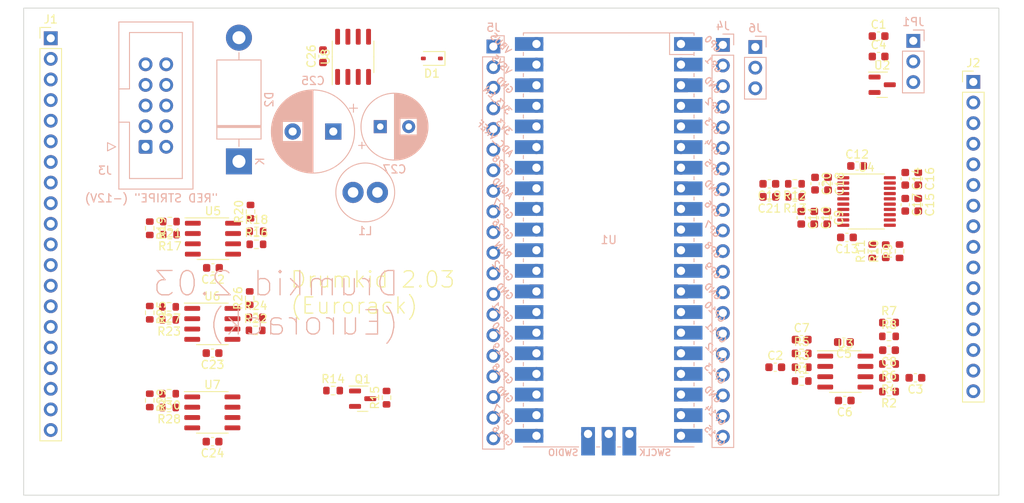
<source format=kicad_pcb>
(kicad_pcb (version 20221018) (generator pcbnew)
  (layers (0 "F.Cu" signal) (31 "B.Cu" signal) (34 "B.Paste" user) (35 "F.Paste" user) (36 "B.SilkS" user "B.Silkscreen") (37 "F.SilkS" user "F.Silkscreen") (38 "B.Mask" user) (39 "F.Mask" user) (44 "Edge.Cuts" user))
  (net 0 "")
  (net 1 "Net-(C2-Pad2)")
  (net 2 "Net-(C3-Pad2)")
  (net 3 "Net-(Q1-B)")
  (net 4 "GND")
  (net 5 "SYNC_IN")
  (net 6 "Net-(U3A--)")
  (net 7 "Net-(U3B--)")
  (net 8 "Net-(C8-Pad2)")
  (net 9 "Net-(U4-CAPP)")
  (net 10 "Net-(U4-CAPM)")
  (net 11 "Net-(U4-VNEG)")
  (net 12 "Net-(U4-LDOO)")
  (net 13 "Net-(D2-K)")
  (net 15 "Net-(JP1-A)")
  (net 16 "Net-(D1-K)")
  (net 17 "SD_CLOCK")
  (net 18 "SD_SERIAL_OUT")
  (net 19 "SD_SERIAL_IN")
  (net 20 "SD_CHIP_SELECT")
  (net 21 "595_DATA")
  (net 22 "595_CLOCK")
  (net 23 "595_LATCH")
  (net 24 "DAC_DOUT")
  (net 25 "DAC_BCLK")
  (net 26 "DAC_LRC")
  (net 27 "165_LOAD")
  (net 28 "165_CLOCK")
  (net 29 "165_DATA")
  (net 30 "SYNC_OUT")
  (net 31 "4051_ADDRESS_A")
  (net 32 "4051_ADDRESS_B")
  (net 33 "4051_ADDRESS_C")
  (net 35 "4051_READING_0")
  (net 36 "4051_READING_1")
  (net 37 "TRIGGER_OUT_1_EURO")
  (net 39 "SERIAL_TX")
  (net 40 "LINE_OUT_L")
  (net 41 "+5V")
  (net 44 "TRIGGER_OUT_2_EURO")
  (net 45 "TRIGGER_OUT_3_EURO")
  (net 46 "TRIGGER_OUT_4_EURO")
  (net 47 "SYNC_IN_EURO")
  (net 48 "SYNC_OUT_EURO")
  (net 49 "EURO_OUT_1")
  (net 50 "EURO_OUT_2")
  (net 51 "Net-(U4-BCK)")
  (net 52 "Net-(U4-DIN)")
  (net 53 "Net-(U4-LRCK)")
  (net 54 "Net-(U4-OUTL)")
  (net 55 "+3.3VDAC")
  (net 56 "Net-(U4-OUTR)")
  (net 57 "LINE_OUT_R")
  (net 58 "Net-(U5B--)")
  (net 59 "+12V")
  (net 60 "-12V")
  (net 61 "Net-(U5A--)")
  (net 62 "Net-(C7-Pad2)")
  (net 63 "Net-(R18-Pad1)")
  (net 64 "Net-(R19-Pad1)")
  (net 65 "Net-(U6B--)")
  (net 66 "Net-(U6A--)")
  (net 67 "Net-(R24-Pad1)")
  (net 68 "Net-(R25-Pad1)")
  (net 69 "Net-(U7A--)")
  (net 70 "Net-(R29-Pad1)")
  (net 71 "Net-(U7B--)")
  (net 72 "+3.3V")
  (net 73 "SERIAL_RX")
  (net 76 "TRIGGER_OUT_1")
  (net 77 "TRIGGER_OUT_4")
  (net 78 "TRIGGER_OUT_3")
  (net 79 "TRIGGER_OUT_2")
  (footprint "Diode_SMD:D_SOD-323" (layer "F.Cu") (at 130.232323 56.2 180)
    (fp_text reference "D1" (at 0 -1.85) (layer "F.SilkS"))
    (fp_text value "1N5819WS")
    (pad "1" smd roundrect (at -1.05 0 180) (size 0.6 0.45) (layers "F.Cu" "F.Paste" "F.Mask") (net 16 "Net-(D1-K)"))
    (pad "2" smd roundrect (at 1.05 0 180) (size 0.6 0.45) (layers "F.Cu" "F.Paste" "F.Mask") (net 41 "+5V"))
  )
  (footprint "Resistor_SMD:R_0603_1608Metric" (layer "F.Cu") (at 184.4325 79.945 90)
    (fp_text reference "R11" (at 0 -1.43 90) (layer "F.SilkS"))
    (fp_text value "56R")
    (pad "1" smd roundrect (at -0.825 0 90) (size 0.8 0.95) (layers "F.Cu" "F.Paste" "F.Mask") (net 26 "DAC_LRC"))
    (pad "2" smd roundrect (at 0.825 0 90) (size 0.8 0.95) (layers "F.Cu" "F.Paste" "F.Mask") (net 53 "Net-(U4-LRCK)"))
  )
  (footprint "Resistor_SMD:R_0603_1608Metric" (layer "F.Cu") (at 186.485 90.435)
    (fp_text reference "R8" (at 0 -1.43) (layer "F.SilkS"))
    (fp_text value "1k")
    (pad "1" smd roundrect (at -0.825 0) (size 0.8 0.95) (layers "F.Cu" "F.Paste" "F.Mask") (net 8 "Net-(C8-Pad2)"))
    (pad "2" smd roundrect (at 0.825 0) (size 0.8 0.95) (layers "F.Cu" "F.Paste" "F.Mask") (net 50 "EURO_OUT_2"))
  )
  (footprint "Resistor_SMD:R_0603_1608Metric" (layer "F.Cu") (at 186.485 97.235 180)
    (fp_text reference "R2" (at 0 -1.43) (layer "F.SilkS"))
    (fp_text value "39k")
    (pad "1" smd roundrect (at -0.825 0 180) (size 0.8 0.95) (layers "F.Cu" "F.Paste" "F.Mask") (net 2 "Net-(C3-Pad2)"))
    (pad "2" smd roundrect (at 0.825 0 180) (size 0.8 0.95) (layers "F.Cu" "F.Paste" "F.Mask") (net 4 "GND"))
  )
  (footprint "Package_SO:TSSOP-20_4.4x6.5mm_P0.65mm" (layer "F.Cu") (at 183.72 73.82)
    (fp_text reference "U4" (at 0 -4.2) (layer "F.SilkS"))
    (fp_text value "PCM5102")
    (pad "1" smd roundrect (at -2.8625 -2.925) (size 1.475 0.4) (layers "F.Cu" "F.Paste" "F.Mask") (net 55 "+3.3VDAC"))
    (pad "2" smd roundrect (at -2.8625 -2.275) (size 1.475 0.4) (layers "F.Cu" "F.Paste" "F.Mask") (net 9 "Net-(U4-CAPP)"))
    (pad "3" smd roundrect (at -2.8625 -1.625) (size 1.475 0.4) (layers "F.Cu" "F.Paste" "F.Mask") (net 4 "GND"))
    (pad "4" smd roundrect (at -2.8625 -0.975) (size 1.475 0.4) (layers "F.Cu" "F.Paste" "F.Mask") (net 10 "Net-(U4-CAPM)"))
    (pad "5" smd roundrect (at -2.8625 -0.325) (size 1.475 0.4) (layers "F.Cu" "F.Paste" "F.Mask") (net 11 "Net-(U4-VNEG)"))
    (pad "6" smd roundrect (at -2.8625 0.325) (size 1.475 0.4) (layers "F.Cu" "F.Paste" "F.Mask") (net 54 "Net-(U4-OUTL)"))
    (pad "7" smd roundrect (at -2.8625 0.975) (size 1.475 0.4) (layers "F.Cu" "F.Paste" "F.Mask") (net 56 "Net-(U4-OUTR)"))
    (pad "8" smd roundrect (at -2.8625 1.625) (size 1.475 0.4) (layers "F.Cu" "F.Paste" "F.Mask") (net 55 "+3.3VDAC"))
    (pad "9" smd roundrect (at -2.8625 2.275) (size 1.475 0.4) (layers "F.Cu" "F.Paste" "F.Mask") (net 4 "GND"))
    (pad "10" smd roundrect (at -2.8625 2.925) (size 1.475 0.4) (layers "F.Cu" "F.Paste" "F.Mask") (net 4 "GND"))
    (pad "11" smd roundrect (at 2.8625 2.925) (size 1.475 0.4) (layers "F.Cu" "F.Paste" "F.Mask") (net 4 "GND"))
    (pad "12" smd roundrect (at 2.8625 2.275) (size 1.475 0.4) (layers "F.Cu" "F.Paste" "F.Mask") (net 4 "GND"))
    (pad "13" smd roundrect (at 2.8625 1.625) (size 1.475 0.4) (layers "F.Cu" "F.Paste" "F.Mask") (net 51 "Net-(U4-BCK)"))
    (pad "14" smd roundrect (at 2.8625 0.975) (size 1.475 0.4) (layers "F.Cu" "F.Paste" "F.Mask") (net 52 "Net-(U4-DIN)"))
    (pad "15" smd roundrect (at 2.8625 0.325) (size 1.475 0.4) (layers "F.Cu" "F.Paste" "F.Mask") (net 53 "Net-(U4-LRCK)"))
    (pad "16" smd roundrect (at 2.8625 -0.325) (size 1.475 0.4) (layers "F.Cu" "F.Paste" "F.Mask") (net 4 "GND"))
    (pad "17" smd roundrect (at 2.8625 -0.975) (size 1.475 0.4) (layers "F.Cu" "F.Paste" "F.Mask") (net 55 "+3.3VDAC"))
    (pad "18" smd roundrect (at 2.8625 -1.625) (size 1.475 0.4) (layers "F.Cu" "F.Paste" "F.Mask") (net 12 "Net-(U4-LDOO)"))
    (pad "19" smd roundrect (at 2.8625 -2.275) (size 1.475 0.4) (layers "F.Cu" "F.Paste" "F.Mask") (net 4 "GND"))
    (pad "20" smd roundrect (at 2.8625 -2.925) (size 1.475 0.4) (layers "F.Cu" "F.Paste" "F.Mask") (net 55 "+3.3VDAC"))
  )
  (footprint "Package_SO:SOIC-8_3.9x4.9mm_P1.27mm" (layer "F.Cu") (at 120.532323 56 90)
    (fp_text reference "U8" (at 0 -3.4 90) (layer "F.SilkS"))
    (fp_text value "XL1509-5.0")
    (pad "1" smd roundrect (at -2.475 -1.905 90) (size 1.95 0.6) (layers "F.Cu" "F.Paste" "F.Mask") (net 59 "+12V"))
    (pad "2" smd roundrect (at -2.475 -0.635 90) (size 1.95 0.6) (layers "F.Cu" "F.Paste" "F.Mask") (net 13 "Net-(D2-K)"))
    (pad "3" smd roundrect (at -2.475 0.635 90) (size 1.95 0.6) (layers "F.Cu" "F.Paste" "F.Mask") (net 41 "+5V"))
    (pad "4" smd roundrect (at -2.475 1.905 90) (size 1.95 0.6) (layers "F.Cu" "F.Paste" "F.Mask") (net 4 "GND"))
    (pad "5" smd roundrect (at 2.475 1.905 90) (size 1.95 0.6) (layers "F.Cu" "F.Paste" "F.Mask") (net 4 "GND"))
    (pad "6" smd roundrect (at 2.475 0.635 90) (size 1.95 0.6) (layers "F.Cu" "F.Paste" "F.Mask") (net 4 "GND"))
    (pad "7" smd roundrect (at 2.475 -0.635 90) (size 1.95 0.6) (layers "F.Cu" "F.Paste" "F.Mask") (net 4 "GND"))
    (pad "8" smd roundrect (at 2.475 -1.905 90) (size 1.95 0.6) (layers "F.Cu" "F.Paste" "F.Mask") (net 4 "GND"))
  )
  (footprint "Resistor_SMD:R_0603_1608Metric" (layer "F.Cu") (at 118.075 97.11)
    (fp_text reference "R14" (at 0 -1.43) (layer "F.SilkS"))
    (fp_text value "100K")
    (pad "1" smd roundrect (at -0.825 0) (size 0.8 0.95) (layers "F.Cu" "F.Paste" "F.Mask") (net 47 "SYNC_IN_EURO"))
    (pad "2" smd roundrect (at 0.825 0) (size 0.8 0.95) (layers "F.Cu" "F.Paste" "F.Mask") (net 3 "Net-(Q1-B)"))
  )
  (footprint "Resistor_SMD:R_0603_1608Metric" (layer "F.Cu") (at 186.0825 79.945 90)
    (fp_text reference "R10" (at 0 -1.43 90) (layer "F.SilkS"))
    (fp_text value "56R")
    (pad "1" smd roundrect (at -0.825 0 90) (size 0.8 0.95) (layers "F.Cu" "F.Paste" "F.Mask") (net 24 "DAC_DOUT"))
    (pad "2" smd roundrect (at 0.825 0 90) (size 0.8 0.95) (layers "F.Cu" "F.Paste" "F.Mask") (net 52 "Net-(U4-DIN)"))
  )
  (footprint "Resistor_SMD:R_0603_1608Metric" (layer "F.Cu") (at 95.515 77.12 -90)
    (fp_text reference "R19" (at 0 -1.43 90) (layer "F.SilkS"))
    (fp_text value "100k")
    (pad "1" smd roundrect (at -0.825 0 270) (size 0.8 0.95) (layers "F.Cu" "F.Paste" "F.Mask") (net 64 "Net-(R19-Pad1)"))
    (pad "2" smd roundrect (at 0.825 0 270) (size 0.8 0.95) (layers "F.Cu" "F.Paste" "F.Mask") (net 61 "Net-(U5A--)"))
  )
  (footprint "Capacitor_SMD:C_0603_1608Metric" (layer "F.Cu") (at 189.735 95.535 180)
    (fp_text reference "C3" (at 0 -1.43) (layer "F.SilkS"))
    (fp_text value "10uF")
    (pad "1" smd roundrect (at -0.775 0 180) (size 0.9 0.95) (layers "F.Cu" "F.Paste" "F.Mask") (net 57 "LINE_OUT_R"))
    (pad "2" smd roundrect (at 0.775 0 180) (size 0.9 0.95) (layers "F.Cu" "F.Paste" "F.Mask") (net 2 "Net-(C3-Pad2)"))
  )
  (footprint "Connector_PinHeader_2.54mm:PinHeader_1x20_P2.54mm_Vertical" (layer "F.Cu") (at 83.33 53.71)
    (fp_text reference "J1" (at 0 -2.33) (layer "F.SilkS"))
    (fp_text value "Conn_01x20_Pin")
    (pad "1" thru_hole rect (at 0 0) (size 1.7 1.7) (drill 1) (layers "*.Cu" "*.Mask"))
    (pad "2" thru_hole oval (at 0 2.54) (size 1.7 1.7) (drill 1) (layers "*.Cu" "*.Mask") (net 31 "4051_ADDRESS_A"))
    (pad "3" thru_hole oval (at 0 5.08) (size 1.7 1.7) (drill 1) (layers "*.Cu" "*.Mask") (net 32 "4051_ADDRESS_B"))
    (pad "4" thru_hole oval (at 0 7.62) (size 1.7 1.7) (drill 1) (layers "*.Cu" "*.Mask") (net 33 "4051_ADDRESS_C"))
    (pad "5" thru_hole oval (at 0 10.16) (size 1.7 1.7) (drill 1) (layers "*.Cu" "*.Mask") (net 36 "4051_READING_1"))
    (pad "6" thru_hole oval (at 0 12.7) (size 1.7 1.7) (drill 1) (layers "*.Cu" "*.Mask") (net 35 "4051_READING_0"))
    (pad "7" thru_hole oval (at 0 15.24) (size 1.7 1.7) (drill 1) (layers "*.Cu" "*.Mask") (net 27 "165_LOAD"))
    (pad "8" thru_hole oval (at 0 17.78) (size 1.7 1.7) (drill 1) (layers "*.Cu" "*.Mask") (net 28 "165_CLOCK"))
    (pad "9" thru_hole oval (at 0 20.32) (size 1.7 1.7) (drill 1) (layers "*.Cu" "*.Mask") (net 29 "165_DATA"))
    (pad "10" thru_hole oval (at 0 22.86) (size 1.7 1.7) (drill 1) (layers "*.Cu" "*.Mask") (net 37 "TRIGGER_OUT_1_EURO"))
    (pad "11" thru_hole oval (at 0 25.4) (size 1.7 1.7) (drill 1) (layers "*.Cu" "*.Mask") (net 44 "TRIGGER_OUT_2_EURO"))
    (pad "12" thru_hole oval (at 0 27.94) (size 1.7 1.7) (drill 1) (layers "*.Cu" "*.Mask") (net 45 "TRIGGER_OUT_3_EURO"))
    (pad "13" thru_hole oval (at 0 30.48) (size 1.7 1.7) (drill 1) (layers "*.Cu" "*.Mask") (net 46 "TRIGGER_OUT_4_EURO"))
    (pad "14" thru_hole oval (at 0 33.02) (size 1.7 1.7) (drill 1) (layers "*.Cu" "*.Mask") (net 47 "SYNC_IN_EURO"))
    (pad "15" thru_hole oval (at 0 35.56) (size 1.7 1.7) (drill 1) (layers "*.Cu" "*.Mask") (net 48 "SYNC_OUT_EURO"))
    (pad "16" thru_hole oval (at 0 38.1) (size 1.7 1.7) (drill 1) (layers "*.Cu" "*.Mask") (net 59 "+12V"))
    (pad "17" thru_hole oval (at 0 40.64) (size 1.7 1.7) (drill 1) (layers "*.Cu" "*.Mask") (net 55 "+3.3VDAC"))
    (pad "18" thru_hole oval (at 0 43.18) (size 1.7 1.7) (drill 1) (layers "*.Cu" "*.Mask") (net 72 "+3.3V"))
    (pad "19" thru_hole oval (at 0 45.72) (size 1.7 1.7) (drill 1) (layers "*.Cu" "*.Mask") (net 4 "GND"))
    (pad "20" thru_hole oval (at 0 48.26) (size 1.7 1.7) (drill 1) (layers "*.Cu" "*.Mask") (net 60 "-12V"))
  )
  (footprint "Capacitor_SMD:C_0603_1608Metric" (layer "F.Cu") (at 177.3825 71.62 -90)
    (fp_text reference "C20" (at 0 -1.43 90) (layer "F.SilkS"))
    (fp_text value "10uF")
    (pad "1" smd roundrect (at -0.775 0 270) (size 0.9 0.95) (layers "F.Cu" "F.Paste" "F.Mask") (net 55 "+3.3VDAC"))
    (pad "2" smd roundrect (at 0.775 0 270) (size 0.9 0.95) (layers "F.Cu" "F.Paste" "F.Mask") (net 4 "GND"))
  )
  (footprint "Capacitor_SMD:C_0603_1608Metric" (layer "F.Cu") (at 190.0825 71.02 -90)
    (fp_text reference "C16" (at 0 -1.43 90) (layer "F.SilkS"))
    (fp_text value "10uF")
    (pad "1" smd roundrect (at -0.775 0 270) (size 0.9 0.95) (layers "F.Cu" "F.Paste" "F.Mask") (net 55 "+3.3VDAC"))
    (pad "2" smd roundrect (at 0.775 0 270) (size 0.9 0.95) (layers "F.Cu" "F.Paste" "F.Mask") (net 4 "GND"))
  )
  (footprint "Package_SO:SOIC-8_3.9x4.9mm_P1.27mm" (layer "F.Cu") (at 181.11 94.77)
    (fp_text reference "U3" (at 0 -3.4) (layer "F.SilkS"))
    (fp_text value "TL072")
    (pad "1" smd roundrect (at -2.475 -1.905) (size 1.95 0.6) (layers "F.Cu" "F.Paste" "F.Mask") (net 62 "Net-(C7-Pad2)"))
    (pad "2" smd roundrect (at -2.475 -0.635) (size 1.95 0.6) (layers "F.Cu" "F.Paste" "F.Mask") (net 6 "Net-(U3A--)"))
    (pad "3" smd roundrect (at -2.475 0.635) (size 1.95 0.6) (layers "F.Cu" "F.Paste" "F.Mask") (net 4 "GND"))
    (pad "4" smd roundrect (at -2.475 1.905) (size 1.95 0.6) (layers "F.Cu" "F.Paste" "F.Mask") (net 60 "-12V"))
    (pad "5" smd roundrect (at 2.475 1.905) (size 1.95 0.6) (layers "F.Cu" "F.Paste" "F.Mask") (net 4 "GND"))
    (pad "6" smd roundrect (at 2.475 0.635) (size 1.95 0.6) (layers "F.Cu" "F.Paste" "F.Mask") (net 7 "Net-(U3B--)"))
    (pad "7" smd roundrect (at 2.475 -0.635) (size 1.95 0.6) (layers "F.Cu" "F.Paste" "F.Mask") (net 8 "Net-(C8-Pad2)"))
    (pad "8" smd roundrect (at 2.475 -1.905) (size 1.95 0.6) (layers "F.Cu" "F.Paste" "F.Mask") (net 59 "+12V"))
  )
  (footprint "Capacitor_SMD:C_0603_1608Metric" (layer "F.Cu") (at 172.485 94.235)
    (fp_text reference "C2" (at 0 -1.43) (layer "F.SilkS"))
    (fp_text value "10uF")
    (pad "1" smd roundrect (at -0.775 0) (size 0.9 0.95) (layers "F.Cu" "F.Paste" "F.Mask") (net 40 "LINE_OUT_L"))
    (pad "2" smd roundrect (at 0.775 0) (size 0.9 0.95) (layers "F.Cu" "F.Paste" "F.Mask") (net 1 "Net-(C2-Pad2)"))
  )
  (footprint "Capacitor_SMD:C_0603_1608Metric" (layer "F.Cu") (at 175.6825 75.82 -90)
    (fp_text reference "C11" (at 0 -1.43 90) (layer "F.SilkS"))
    (fp_text value "10uF")
    (pad "1" smd roundrect (at -0.775 0 270) (size 0.9 0.95) (layers "F.Cu" "F.Paste" "F.Mask") (net 55 "+3.3VDAC"))
    (pad "2" smd roundrect (at 0.775 0 270) (size 0.9 0.95) (layers "F.Cu" "F.Paste" "F.Mask") (net 4 "GND"))
  )
  (footprint "Resistor_SMD:R_0603_1608Metric" (layer "F.Cu") (at 175.735 94.235)
    (fp_text reference "R3" (at 0 -1.43) (layer "F.SilkS"))
    (fp_text value "5.6k")
    (pad "1" smd roundrect (at -0.825 0) (size 0.8 0.95) (layers "F.Cu" "F.Paste" "F.Mask") (net 1 "Net-(C2-Pad2)"))
    (pad "2" smd roundrect (at 0.825 0) (size 0.8 0.95) (layers "F.Cu" "F.Paste" "F.Mask") (net 6 "Net-(U3A--)"))
  )
  (footprint "Resistor_SMD:R_0603_1608Metric" (layer "F.Cu") (at 107.915 75.07 90)
    (fp_text reference "R20" (at 0 -1.43 90) (layer "F.SilkS"))
    (fp_text value "1k")
    (pad "1" smd roundrect (at -0.825 0 90) (size 0.8 0.95) (layers "F.Cu" "F.Paste" "F.Mask") (net 63 "Net-(R18-Pad1)"))
    (pad "2" smd roundrect (at 0.825 0 90) (size 0.8 0.95) (layers "F.Cu" "F.Paste" "F.Mask") (net 44 "TRIGGER_OUT_2_EURO"))
  )
  (footprint "Capacitor_SMD:C_0603_1608Metric" (layer "F.Cu") (at 188.4825 71.02 -90)
    (fp_text reference "C14" (at 0 -1.43 90) (layer "F.SilkS"))
    (fp_text value "0.1uF")
    (pad "1" smd roundrect (at -0.775 0 270) (size 0.9 0.95) (layers "F.Cu" "F.Paste" "F.Mask") (net 55 "+3.3VDAC"))
    (pad "2" smd roundrect (at 0.775 0 270) (size 0.9 0.95) (layers "F.Cu" "F.Paste" "F.Mask") (net 4 "GND"))
  )
  (footprint "Package_TO_SOT_SMD:SOT-23" (layer "F.Cu") (at 185.6425 59.44)
    (fp_text reference "U2" (at 0 -2.4) (layer "F.SilkS"))
    (fp_text value "AP7333-33SAG")
    (pad "1" smd roundrect (at -0.9375 -0.95) (size 1.475 0.6) (layers "F.Cu" "F.Paste" "F.Mask") (net 41 "+5V"))
    (pad "2" smd roundrect (at -0.9375 0.95) (size 1.475 0.6) (layers "F.Cu" "F.Paste" "F.Mask") (net 15 "Net-(JP1-A)"))
    (pad "3" smd roundrect (at 0.9375 0) (size 1.475 0.6) (layers "F.Cu" "F.Paste" "F.Mask") (net 4 "GND"))
  )
  (footprint "Capacitor_SMD:C_0603_1608Metric" (layer "F.Cu") (at 185.2025 53.45)
    (fp_text reference "C1" (at 0 -1.43) (layer "F.SilkS"))
    (fp_text value "1uF")
    (pad "1" smd roundrect (at -0.775 0) (size 0.9 0.95) (layers "F.Cu" "F.Paste" "F.Mask") (net 41 "+5V"))
    (pad "2" smd roundrect (at 0.775 0) (size 0.9 0.95) (layers "F.Cu" "F.Paste" "F.Mask") (net 4 "GND"))
  )
  (footprint "Resistor_SMD:R_0603_1608Metric" (layer "F.Cu") (at 174.9075 73.245 180)
    (fp_text reference "R13" (at 0 -1.43) (layer "F.SilkS"))
    (fp_text value "470R")
    (pad "1" smd roundrect (at -0.825 0 180) (size 0.8 0.95) (layers "F.Cu" "F.Paste" "F.Mask") (net 56 "Net-(U4-OUTR)"))
    (pad "2" smd roundrect (at 0.825 0 180) (size 0.8 0.95) (layers "F.Cu" "F.Paste" "F.Mask") (net 57 "LINE_OUT_R"))
  )
  (footprint "Package_SO:SOIC-8_3.9x4.9mm_P1.27mm" (layer "F.Cu") (at 103.29 78.4)
    (fp_text reference "U5" (at 0 -3.4) (layer "F.SilkS"))
    (fp_text value "TL072")
    (pad "1" smd roundrect (at -2.475 -1.905) (size 1.95 0.6) (layers "F.Cu" "F.Paste" "F.Mask") (net 64 "Net-(R19-Pad1)"))
    (pad "2" smd roundrect (at -2.475 -0.635) (size 1.95 0.6) (layers "F.Cu" "F.Paste" "F.Mask") (net 61 "Net-(U5A--)"))
    (pad "3" smd roundrect (at -2.475 0.635) (size 1.95 0.6) (layers "F.Cu" "F.Paste" "F.Mask") (net 76 "TRIGGER_OUT_1"))
    (pad "4" smd roundrect (at -2.475 1.905) (size 1.95 0.6) (layers "F.Cu" "F.Paste" "F.Mask") (net 60 "-12V"))
    (pad "5" smd roundrect (at 2.475 1.905) (size 1.95 0.6) (layers "F.Cu" "F.Paste" "F.Mask") (net 79 "TRIGGER_OUT_2"))
    (pad "6" smd roundrect (at 2.475 0.635) (size 1.95 0.6) (layers "F.Cu" "F.Paste" "F.Mask") (net 58 "Net-(U5B--)"))
    (pad "7" smd roundrect (at 2.475 -0.635) (size 1.95 0.6) (layers "F.Cu" "F.Paste" "F.Mask") (net 63 "Net-(R18-Pad1)"))
    (pad "8" smd roundrect (at 2.475 -1.905) (size 1.95 0.6) (layers "F.Cu" "F.Paste" "F.Mask") (net 59 "+12V"))
  )
  (footprint "Capacitor_SMD:C_0603_1608Metric" (layer "F.Cu") (at 188.4825 74.22 -90)
    (fp_text reference "C17" (at 0 -1.43 90) (layer "F.SilkS"))
    (fp_text value "0.1uF")
    (pad "1" smd roundrect (at -0.775 0 270) (size 0.9 0.95) (layers "F.Cu" "F.Paste" "F.Mask") (net 12 "Net-(U4-LDOO)"))
    (pad "2" smd roundrect (at 0.775 0 270) (size 0.9 0.95) (layers "F.Cu" "F.Paste" "F.Mask") (net 4 "GND"))
  )
  (footprint "Resistor_SMD:R_0603_1608Metric" (layer "F.Cu") (at 97.99 77.895 180)
    (fp_text reference "R17" (at 0 -1.43) (layer "F.SilkS"))
    (fp_text value "100k")
    (pad "1" smd roundrect (at -0.825 0 180) (size 0.8 0.95) (layers "F.Cu" "F.Paste" "F.Mask") (net 61 "Net-(U5A--)"))
    (pad "2" smd roundrect (at 0.825 0 180) (size 0.8 0.95) (layers "F.Cu" "F.Paste" "F.Mask") (net 4 "GND"))
  )
  (footprint "Resistor_SMD:R_0603_1608Metric" (layer "F.Cu") (at 175.735 95.935)
    (fp_text reference "R1" (at 0 -1.43) (layer "F.SilkS"))
    (fp_text value "39k")
    (pad "1" smd roundrect (at -0.825 0) (size 0.8 0.95) (layers "F.Cu" "F.Paste" "F.Mask") (net 1 "Net-(C2-Pad2)"))
    (pad "2" smd roundrect (at 0.825 0) (size 0.8 0.95) (layers "F.Cu" "F.Paste" "F.Mask") (net 4 "GND"))
  )
  (footprint "Resistor_SMD:R_0603_1608Metric" (layer "F.Cu") (at 124.65 97.985 90)
    (fp_text reference "R15" (at 0 -1.43 90) (layer "F.SilkS"))
    (fp_text value "10K")
    (pad "1" smd roundrect (at -0.825 0 90) (size 0.8 0.95) (layers "F.Cu" "F.Paste" "F.Mask") (net 72 "+3.3V"))
    (pad "2" smd roundrect (at 0.825 0 90) (size 0.8 0.95) (layers "F.Cu" "F.Paste" "F.Mask") (net 5 "SYNC_IN"))
  )
  (footprint "Connector_PinHeader_2.54mm:PinHeader_1x16_P2.54mm_Vertical" (layer "F.Cu") (at 196.86 59.09)
    (fp_text reference "J2" (at 0 -2.33) (layer "F.SilkS"))
    (fp_text value "Conn_01x16_Pin")
    (pad "1" thru_hole rect (at 0 0) (size 1.7 1.7) (drill 1) (layers "*.Cu" "*.Mask"))
    (pad "2" thru_hole oval (at 0 2.54) (size 1.7 1.7) (drill 1) (layers "*.Cu" "*.Mask"))
    (pad "3" thru_hole oval (at 0 5.08) (size 1.7 1.7) (drill 1) (layers "*.Cu" "*.Mask") (net 17 "SD_CLOCK"))
    (pad "4" thru_hole oval (at 0 7.62) (size 1.7 1.7) (drill 1) (layers "*.Cu" "*.Mask") (net 19 "SD_SERIAL_IN"))
    (pad "5" thru_hole oval (at 0 10.16) (size 1.7 1.7) (drill 1) (layers "*.Cu" "*.Mask") (net 18 "SD_SERIAL_OUT"))
    (pad "6" thru_hole oval (at 0 12.7) (size 1.7 1.7) (drill 1) (layers "*.Cu" "*.Mask") (net 20 "SD_CHIP_SELECT"))
    (pad "7" thru_hole oval (at 0 15.24) (size 1.7 1.7) (drill 1) (layers "*.Cu" "*.Mask") (net 21 "595_DATA"))
    (pad "8" thru_hole oval (at 0 17.78) (size 1.7 1.7) (drill 1) (layers "*.Cu" "*.Mask") (net 22 "595_CLOCK"))
    (pad "9" thru_hole oval (at 0 20.32) (size 1.7 1.7) (drill 1) (layers "*.Cu" "*.Mask") (net 23 "595_LATCH"))
    (pad "10" thru_hole oval (at 0 22.86) (size 1.7 1.7) (drill 1) (layers "*.Cu" "*.Mask") (net 49 "EURO_OUT_1"))
    (pad "11" thru_hole oval (at 0 25.4) (size 1.7 1.7) (drill 1) (layers "*.Cu" "*.Mask") (net 50 "EURO_OUT_2"))
    (pad "12" thru_hole oval (at 0 27.94) (size 1.7 1.7) (drill 1) (layers "*.Cu" "*.Mask") (net 59 "+12V"))
    (pad "13" thru_hole oval (at 0 30.48) (size 1.7 1.7) (drill 1) (layers "*.Cu" "*.Mask") (net 55 "+3.3VDAC"))
    (pad "14" thru_hole oval (at 0 33.02) (size 1.7 1.7) (drill 1) (layers "*.Cu" "*.Mask") (net 72 "+3.3V"))
    (pad "15" thru_hole oval (at 0 35.56) (size 1.7 1.7) (drill 1) (layers "*.Cu" "*.Mask") (net 4 "GND"))
    (pad "16" thru_hole oval (at 0 38.1) (size 1.7 1.7) (drill 1) (layers "*.Cu" "*.Mask") (net 60 "-12V"))
  )
  (footprint "Resistor_SMD:R_0603_1608Metric" (layer "F.Cu") (at 97.99 76.295 180)
    (fp_text reference "R21" (at 0 -1.43) (layer "F.SilkS"))
    (fp_text value "1k")
    (pad "1" smd roundrect (at -0.825 0 180) (size 0.8 0.95) (layers "F.Cu" "F.Paste" "F.Mask") (net 64 "Net-(R19-Pad1)"))
    (pad "2" smd roundrect (at 0.825 0 180) (size 0.8 0.95) (layers "F.Cu" "F.Paste" "F.Mask") (net 37 "TRIGGER_OUT_1_EURO"))
  )
  (footprint "Capacitor_SMD:C_0603_1608Metric" (layer "F.Cu") (at 103.24 92.495 180)
    (fp_text reference "C23" (at 0 -1.43) (layer "F.SilkS"))
    (fp_text value "100n")
    (pad "1" smd roundrect (at -0.775 0 180) (size 0.9 0.95) (layers "F.Cu" "F.Paste" "F.Mask") (net 59 "+12V"))
    (pad "2" smd roundrect (at 0.775 0 180) (size 0.9 0.95) (layers "F.Cu" "F.Paste" "F.Mask") (net 60 "-12V"))
  )
  (footprint "Resistor_SMD:R_0603_1608Metric" (layer "F.Cu") (at 108.54 89.695)
    (fp_text reference "R22" (at 0 -1.43) (layer "F.SilkS"))
    (fp_text value "100k")
    (pad "1" smd roundrect (at -0.825 0) (size 0.8 0.95) (layers "F.Cu" "F.Paste" "F.Mask") (net 65 "Net-(U6B--)"))
    (pad "2" smd roundrect (at 0.825 0) (size 0.8 0.95) (layers "F.Cu" "F.Paste" "F.Mask") (net 4 "GND"))
  )
  (footprint "Resistor_SMD:R_0603_1608Metric" (layer "F.Cu") (at 186.485 93.835 180)
    (fp_text reference "R6" (at 0 -1.43) (layer "F.SilkS"))
    (fp_text value "39k")
    (pad "1" smd roundrect (at -0.825 0 180) (size 0.8 0.95) (layers "F.Cu" "F.Paste" "F.Mask") (net 7 "Net-(U3B--)"))
    (pad "2" smd roundrect (at 0.825 0 180) (size 0.8 0.95) (layers "F.Cu" "F.Paste" "F.Mask") (net 8 "Net-(C8-Pad2)"))
  )
  (footprint "Resistor_SMD:R_0603_1608Metric" (layer "F.Cu") (at 108.64 79.095)
    (fp_text reference "R16" (at 0 -1.43) (layer "F.SilkS"))
    (fp_text value "100k")
    (pad "1" smd roundrect (at -0.825 0) (size 0.8 0.95) (layers "F.Cu" "F.Paste" "F.Mask") (net 58 "Net-(U5B--)"))
    (pad "2" smd roundrect (at 0.825 0) (size 0.8 0.95) (layers "F.Cu" "F.Paste" "F.Mask") (net 4 "GND"))
  )
  (footprint "Resistor_SMD:R_0603_1608Metric" (layer "F.Cu") (at 97.89 88.395 180)
    (fp_text reference "R23" (at 0 -1.43) (layer "F.SilkS"))
    (fp_text value "100k")
    (pad "1" smd roundrect (at -0.825 0 180) (size 0.8 0.95) (layers "F.Cu" "F.Paste" "F.Mask") (net 66 "Net-(U6A--)"))
    (pad "2" smd roundrect (at 0.825 0 180) (size 0.8 0.95) (layers "F.Cu" "F.Paste" "F.Mask") (net 4 "GND"))
  )
  (footprint "Package_SO:SOIC-8_3.9x4.9mm_P1.27mm" (layer "F.Cu") (at 103.215 99.795)
    (fp_text reference "U7" (at 0 -3.4) (layer "F.SilkS"))
    (fp_text value "TL072")
    (pad "1" smd roundrect (at -2.475 -1.905) (size 1.95 0.6) (layers "F.Cu" "F.Paste" "F.Mask") (net 70 "Net-(R29-Pad1)"))
    (pad "2" smd roundrect (at -2.475 -0.635) (size 1.95 0.6) (layers "F.Cu" "F.Paste" "F.Mask") (net 69 "Net-(U7A--)"))
    (pad "3" smd roundrect (at -2.475 0.635) (size 1.95 0.6) (layers "F.Cu" "F.Paste" "F.Mask") (net 30 "SYNC_OUT"))
    (pad "4" smd roundrect (at -2.475 1.905) (size 1.95 0.6) (layers "F.Cu" "F.Paste" "F.Mask") (net 60 "-12V"))
    (pad "5" smd roundrect (at 2.475 1.905) (size 1.95 0.6) (layers "F.Cu" "F.Paste" "F.Mask") (net 4 "GND"))
    (pad "6" smd roundrect (at 2.475 0.635) (size 1.95 0.6) (layers "F.Cu" "F.Paste" "F.Mask") (net 71 "Net-(U7B--)"))
    (pad "7" smd roundrect (at 2.475 -0.635) (size 1.95 0.6) (layers "F.Cu" "F.Paste" "F.Mask") (net 71 "Net-(U7B--)"))
    (pad "8" smd roundrect (at 2.475 -1.905) (size 1.95 0.6) (layers "F.Cu" "F.Paste" "F.Mask") (net 59 "+12V"))
  )
  (footprint "Resistor_SMD:R_0603_1608Metric" (layer "F.Cu") (at 97.89 99.195 180)
    (fp_text reference "R28" (at 0 -1.43) (layer "F.SilkS"))
    (fp_text value "100k")
    (pad "1" smd roundrect (at -0.825 0 180) (size 0.8 0.95) (layers "F.Cu" "F.Paste" "F.Mask") (net 69 "Net-(U7A--)"))
    (pad "2" smd roundrect (at 0.825 0 180) (size 0.8 0.95) (layers "F.Cu" "F.Paste" "F.Mask") (net 4 "GND"))
  )
  (footprint "Resistor_SMD:R_0603_1608Metric" (layer "F.Cu") (at 186.485 88.735)
    (fp_text reference "R7" (at 0 -1.43) (layer "F.SilkS"))
    (fp_text value "1k")
    (pad "1" smd roundrect (at -0.825 0) (size 0.8 0.95) (layers "F.Cu" "F.Paste" "F.Mask") (net 62 "Net-(C7-Pad2)"))
    (pad "2" smd roundrect (at 0.825 0) (size 0.8 0.95) (layers "F.Cu" "F.Paste" "F.Mask") (net 49 "EURO_OUT_1"))
  )
  (footprint "Capacitor_SMD:C_0603_1608Metric" (layer "F.Cu") (at 190.0825 74.22 -90)
    (fp_text reference "C15" (at 0 -1.43 90) (layer "F.SilkS"))
    (fp_text value "1uF")
    (pad "1" smd roundrect (at -0.775 0 270) (size 0.9 0.95) (layers "F.Cu" "F.Paste" "F.Mask") (net 12 "Net-(U4-LDOO)"))
    (pad "2" smd roundrect (at 0.775 0 270) (size 0.9 0.95) (layers "F.Cu" "F.Paste" "F.Mask") (net 4 "GND"))
  )
  (footprint "Capacitor_SMD:C_0603_1608Metric" (layer "F.Cu") (at 103.24 103.395 180)
    (fp_text reference "C24" (at 0 -1.43) (layer "F.SilkS"))
    (fp_text value "100n")
    (pad "1" smd roundrect (at -0.775 0 180) (size 0.9 0.95) (layers "F.Cu" "F.Paste" "F.Mask") (net 59 "+12V"))
    (pad "2" smd roundrect (at 0.775 0 180) (size 0.9 0.95) (layers "F.Cu" "F.Paste" "F.Mask") (net 60 "-12V"))
  )
  (footprint "Resistor_SMD:R_0603_1608Metric" (layer "F.Cu") (at 175.735 92.535)
    (fp_text reference "R5" (at 0 -1.43) (layer "F.SilkS"))
    (fp_text value "39k")
    (pad "1" smd roundrect (at -0.825 0) (size 0.8 0.95) (layers "F.Cu" "F.Paste" "F.Mask") (net 6 "Net-(U3A--)"))
    (pad "2" smd roundrect (at 0.825 0) (size 0.8 0.95) (layers "F.Cu" "F.Paste" "F.Mask") (net 62 "Net-(C7-Pad2)"))
  )
  (footprint "Capacitor_SMD:C_0603_1608Metric" (layer "F.Cu") (at 181.035 98.335 180)
    (fp_text reference "C6" (at 0 -1.43) (layer "F.SilkS"))
    (fp_text value "100n")
    (pad "1" smd roundrect (at -0.775 0 180) (size 0.9 0.95) (layers "F.Cu" "F.Paste" "F.Mask") (net 4 "GND"))
    (pad "2" smd roundrect (at 0.775 0 180) (size 0.9 0.95) (layers "F.Cu" "F.Paste" "F.Mask") (net 60 "-12V"))
  )
  (footprint "Resistor_SMD:R_0603_1608Metric" (layer "F.Cu") (at 107.815 85.72 90)
    (fp_text reference "R26" (at 0 -1.43 90) (layer "F.SilkS"))
    (fp_text value "1k")
    (pad "1" smd roundrect (at -0.825 0 90) (size 0.8 0.95) (layers "F.Cu" "F.Paste" "F.Mask") (net 67 "Net-(R24-Pad1)"))
    (pad "2" smd roundrect (at 0.825 0 90) (size 0.8 0.95) (layers "F.Cu" "F.Paste" "F.Mask") (net 46 "TRIGGER_OUT_4_EURO"))
  )
  (footprint "Capacitor_SMD:C_0603_1608Metric" (layer "F.Cu") (at 178.8825 75.82 -90)
    (fp_text reference "C9" (at 0 -1.43 90) (layer "F.SilkS"))
    (fp_text value "0.1uF")
    (pad "1" smd roundrect (at -0.775 0 270) (size 0.9 0.95) (layers "F.Cu" "F.Paste" "F.Mask") (net 55 "+3.3VDAC"))
    (pad "2" smd roundrect (at 0.775 0 270) (size 0.9 0.95) (layers "F.Cu" "F.Paste" "F.Mask") (net 4 "GND"))
  )
  (footprint "Capacitor_SMD:C_0603_1608Metric" (layer "F.Cu") (at 186.485 92.135 180)
    (fp_text reference "C8" (at 0 -1.43) (layer "F.SilkS"))
    (fp_text value "18p")
    (pad "1" smd roundrect (at -0.775 0 180) (size 0.9 0.95) (layers "F.Cu" "F.Paste" "F.Mask") (net 7 "Net-(U3B--)"))
    (pad "2" smd roundrect (at 0.775 0 180) (size 0.9 0.95) (layers "F.Cu" "F.Paste" "F.Mask") (net 8 "Net-(C8-Pad2)"))
  )
  (footprint "Resistor_SMD:R_0603_1608Metric" (layer "F.Cu") (at 97.89 86.795 180)
    (fp_text reference "R27" (at 0 -1.43) (layer "F.SilkS"))
    (fp_text value "1k")
    (pad "1" smd roundrect (at -0.825 0 180) (size 0.8 0.95) (layers "F.Cu" "F.Paste" "F.Mask") (net 68 "Net-(R25-Pad1)"))
    (pad "2" smd roundrect (at 0.825 0 180) (size 0.8 0.95) (layers "F.Cu" "F.Paste" "F.Mask") (net 45 "TRIGGER_OUT_3_EURO"))
  )
  (footprint "Resistor_SMD:R_0603_1608Metric" (layer "F.Cu") (at 174.9075 71.645 180)
    (fp_text reference "R12" (at 0 -1.43) (layer "F.SilkS"))
    (fp_text value "470R")
    (pad "1" smd roundrect (at -0.825 0 180) (size 0.8 0.95) (layers "F.Cu" "F.Paste" "F.Mask") (net 54 "Net-(U4-OUTL)"))
    (pad "2" smd roundrect (at 0.825 0 180) (size 0.8 0.95) (layers "F.Cu" "F.Paste" "F.Mask") (net 40 "LINE_OUT_L"))
  )
  (footprint "Capacitor_SMD:C_0603_1608Metric" (layer "F.Cu") (at 103.29 81.995 180)
    (fp_text reference "C22" (at 0 -1.43) (layer "F.SilkS"))
    (fp_text value "100n")
    (pad "1" smd roundrect (at -0.775 0 180) (size 0.9 0.95) (layers "F.Cu" "F.Paste" "F.Mask") (net 59 "+12V"))
    (pad "2" smd roundrect (at 0.775 0 180) (size 0.9 0.95) (layers "F.Cu" "F.Paste" "F.Mask") (net 60 "-12V"))
  )
  (footprint "Capacitor_SMD:C_0603_1608Metric" (layer "F.Cu") (at 180.935 91.135 180)
    (fp_text reference "C5" (at 0 -1.43) (layer "F.SilkS"))
    (fp_text value "100n")
    (pad "1" smd roundrect (at -0.775 0 180) (size 0.9 0.95) (layers "F.Cu" "F.Paste" "F.Mask") (net 59 "+12V"))
    (pad "2" smd roundrect (at 0.775 0 180) (size 0.9 0.95) (layers "F.Cu" "F.Paste" "F.Mask") (net 4 "GND"))
  )
  (footprint "Resistor_SMD:R_0603_1608Metric" (layer "F.Cu") (at 186.485 95.535 180)
    (fp_text reference "R4" (at 0 -1.43) (layer "F.SilkS"))
    (fp_text value "5.6k")
    (pad "1" smd roundrect (at -0.825 0 180) (size 0.8 0.95) (layers "F.Cu" "F.Paste" "F.Mask") (net 2 "Net-(C3-Pad2)"))
    (pad "2" smd roundrect (at 0.825 0 180) (size 0.8 0.95) (layers "F.Cu" "F.Paste" "F.Mask") (net 7 "Net-(U3B--)"))
  )
  (footprint "Resistor_SMD:R_0603_1608Metric" (layer "F.Cu") (at 108.64 77.495)
    (fp_text reference "R18" (at 0 -1.43) (layer "F.SilkS"))
    (fp_text value "100k")
    (pad "1" smd roundrect (at -0.825 0) (size 0.8 0.95) (layers "F.Cu" "F.Paste" "F.Mask") (net 63 "Net-(R18-Pad1)"))
    (pad "2" smd roundrect (at 0.825 0) (size 0.8 0.95) (layers "F.Cu" "F.Paste" "F.Mask") (net 58 "Net-(U5B--)"))
  )
  (footprint "Capacitor_SMD:C_0603_1608Metric" (layer "F.Cu") (at 177.2825 75.82 -90)
    (fp_text reference "C10" (at 0 -1.43 90) (layer "F.SilkS"))
    (fp_text value "1uF")
    (pad "1" smd roundrect (at -0.775 0 270) (size 0.9 0.95) (layers "F.Cu" "F.Paste" "F.Mask") (net 55 "+3.3VDAC"))
    (pad "2" smd roundrect (at 0.775 0 270) (size 0.9 0.95) (layers "F.Cu" "F.Paste" "F.Mask") (net 4 "GND"))
  )
  (footprint "Capacitor_SMD:C_0603_1608Metric" (layer "F.Cu") (at 178.9825 71.62 -90)
    (fp_text reference "C18" (at 0 -1.43 90) (layer "F.SilkS"))
    (fp_text value "0.1uF")
    (pad "1" smd roundrect (at -0.775 0 270) (size 0.9 0.95) (layers "F.Cu" "F.Paste" "F.Mask") (net 55 "+3.3VDAC"))
    (pad "2" smd roundrect (at 0.775 0 270) (size 0.9 0.95) (layers "F.Cu" "F.Paste" "F.Mask") (net 4 "GND"))
  )
  (footprint "Capacitor_SMD:C_0603_1608Metric" (layer "F.Cu") (at 171.7575 73.245 180)
    (fp_text reference "C21" (at 0 -1.43) (layer "F.SilkS"))
    (fp_text value "2.2nF")
    (pad "1" smd roundrect (at -0.775 0 180) (size 0.9 0.95) (layers "F.Cu" "F.Paste" "F.Mask") (net 57 "LINE_OUT_R"))
    (pad "2" smd roundrect (at 0.775 0 180) (size 0.9 0.95) (layers "F.Cu" "F.Paste" "F.Mask") (net 4 "GND"))
  )
  (footprint "Capacitor_SMD:C_0603_1608Metric" (layer "F.Cu") (at 175.735 90.835)
    (fp_text reference "C7" (at 0 -1.43) (layer "F.SilkS"))
    (fp_text value "18p")
    (pad "1" smd roundrect (at -0.775 0) (size 0.9 0.95) (layers "F.Cu" "F.Paste" "F.Mask") (net 6 "Net-(U3A--)"))
    (pad "2" smd roundrect (at 0.775 0) (size 0.9 0.95) (layers "F.Cu" "F.Paste" "F.Mask") (net 62 "Net-(C7-Pad2)"))
  )
  (footprint "Package_SO:SOIC-8_3.9x4.9mm_P1.27mm" (layer "F.Cu") (at 103.215 88.895)
    (fp_text reference "U6" (at 0 -3.4) (layer "F.SilkS"))
    (fp_text value "TL072")
    (pad "1" smd roundrect (at -2.475 -1.905) (size 1.95 0.6) (layers "F.Cu" "F.Paste" "F.Mask") (net 68 "Net-(R25-Pad1)"))
    (pad "2" smd roundrect (at -2.475 -0.635) (size 1.95 0.6) (layers "F.Cu" "F.Paste" "F.Mask") (net 66 "Net-(U6A--)"))
    (pad "3" smd roundrect (at -2.475 0.635) (size 1.95 0.6) (layers "F.Cu" "F.Paste" "F.Mask") (net 78 "TRIGGER_OUT_3"))
    (pad "4" smd roundrect (at -2.475 1.905) (size 1.95 0.6) (layers "F.Cu" "F.Paste" "F.Mask") (net 60 "-12V"))
    (pad "5" smd roundrect (at 2.475 1.905) (size 1.95 0.6) (layers "F.Cu" "F.Paste" "F.Mask") (net 77 "TRIGGER_OUT_4"))
    (pad "6" smd roundrect (at 2.475 0.635) (size 1.95 0.6) (layers "F.Cu" "F.Paste" "F.Mask") (net 65 "Net-(U6B--)"))
    (pad "7" smd roundrect (at 2.475 -0.635) (size 1.95 0.6) (layers "F.Cu" "F.Paste" "F.Mask") (net 67 "Net-(R24-Pad1)"))
    (pad "8" smd roundrect (at 2.475 -1.905) (size 1.95 0.6) (layers "F.Cu" "F.Paste" "F.Mask") (net 59 "+12V"))
  )
  (footprint "Capacitor_SMD:C_0603_1608Metric" (layer "F.Cu") (at 182.5575 69.445)
    (fp_text reference "C12" (at 0 -1.43) (layer "F.SilkS"))
    (fp_text value "2.2uF")
    (pad "1" smd roundrect (at -0.775 0) (size 0.9 0.95) (layers "F.Cu" "F.Paste" "F.Mask") (net 9 "Net-(U4-CAPP)"))
    (pad "2" smd roundrect (at 0.775 0) (size 0.9 0.95) (layers "F.Cu" "F.Paste" "F.Mask") (net 10 "Net-(U4-CAPM)"))
  )
  (footprint "Capacitor_SMD:C_0603_1608Metric" (layer "F.Cu") (at 171.7575 71.645 180)
    (fp_text reference "C19" (at 0 -1.43) (layer "F.SilkS"))
    (fp_text value "2.2nF")
    (pad "1" smd roundrect (at -0.775 0 180) (size 0.9 0.95) (layers "F.Cu" "F.Paste" "F.Mask") (net 40 "LINE_OUT_L"))
    (pad "2" smd roundrect (at 0.775 0 180) (size 0.9 0.95) (layers "F.Cu" "F.Paste" "F.Mask") (net 4 "GND"))
  )
  (footprint "Resistor_SMD:R_0603_1608Metric" (layer "F.Cu") (at 97.89 97.495 180)
    (fp_text reference "R30" (at 0 -1.43) (layer "F.SilkS"))
    (fp_text value "1k")
    (pad "1" smd roundrect (at -0.825 0 180) (size 0.8 0.95) (layers "F.Cu" "F.Paste" "F.Mask") (net 70 "Net-(R29-Pad1)"))
    (pad "2" smd roundrect (at 0.825 0 180) (size 0.8 0.95) (layers "F.Cu" "F.Paste" "F.Mask") (net 48 "SYNC_OUT_EURO"))
  )
  (footprint "Capacitor_SMD:C_0603_1608Metric" (layer "F.Cu") (at 116.832323 55.925 90)
    (fp_text reference "C26" (at 0 -1.43 90) (layer "F.SilkS"))
    (fp_text value "1uF")
    (pad "1" smd roundrect (at -0.775 0 90) (size 0.9 0.95) (layers "F.Cu" "F.Paste" "F.Mask") (net 59 "+12V"))
    (pad "2" smd roundrect (at 0.775 0 90) (size 0.9 0.95) (layers "F.Cu" "F.Paste" "F.Mask") (net 4 "GND"))
  )
  (footprint "Capacitor_SMD:C_0603_1608Metric" (layer "F.Cu") (at 185.2025 55.96)
    (fp_text reference "C4" (at 0 -1.43) (layer "F.SilkS"))
    (fp_text value "1uF")
    (pad "1" smd roundrect (at -0.775 0) (size 0.9 0.95) (layers "F.Cu" "F.Paste" "F.Mask") (net 15 "Net-(JP1-A)"))
    (pad "2" smd roundrect (at 0.775 0) (size 0.9 0.95) (layers "F.Cu" "F.Paste" "F.Mask") (net 4 "GND"))
  )
  (footprint "Capacitor_SMD:C_0603_1608Metric" (layer "F.Cu") (at 181.3075 78.245 180)
    (fp_text reference "C13" (at 0 -1.43) (layer "F.SilkS"))
    (fp_text value "2.2uF")
    (pad "1" smd roundrect (at -0.775 0 180) (size 0.9 0.95) (layers "F.Cu" "F.Paste" "F.Mask") (net 11 "Net-(U4-VNEG)"))
    (pad "2" smd roundrect (at 0.775 0 180) (size 0.9 0.95) (layers "F.Cu" "F.Paste" "F.Mask") (net 4 "GND"))
  )
  (footprint "Resistor_SMD:R_0603_1608Metric" (layer "F.Cu") (at 108.54 88.095)
    (fp_text reference "R24" (at 0 -1.43) (layer "F.SilkS"))
    (fp_text value "100k")
    (pad "1" smd roundrect (at -0.825 0) (size 0.8 0.95) (layers "F.Cu" "F.Paste" "F.Mask") (net 67 "Net-(R24-Pad1)"))
    (pad "2" smd roundrect (at 0.825 0) (size 0.8 0.95) (layers "F.Cu" "F.Paste" "F.Mask") (net 65 "Net-(U6B--)"))
  )
  (footprint "Resistor_SMD:R_0603_1608Metric" (layer "F.Cu") (at 187.7825 79.945 90)
    (fp_text reference "R9" (at 0 -1.43 90) (layer "F.SilkS"))
    (fp_text value "56R")
    (pad "1" smd roundrect (at -0.825 0 90) (size 0.8 0.95) (layers "F.Cu" "F.Paste" "F.Mask") (net 25 "DAC_BCLK"))
    (pad "2" smd roundrect (at 0.825 0 90) (size 0.8 0.95) (layers "F.Cu" "F.Paste" "F.Mask") (net 51 "Net-(U4-BCK)"))
  )
  (footprint "Package_TO_SOT_SMD:SOT-23" (layer "F.Cu") (at 121.7125 98.11)
    (fp_text reference "Q1" (at 0 -2.4) (layer "F.SilkS"))
    (fp_text value "MMBT3904")
    (pad "1" smd roundrect (at -0.9375 -0.95) (size 1.475 0.6) (layers "F.Cu" "F.Paste" "F.Mask") (net 3 "Net-(Q1-B)"))
    (pad "2" smd roundrect (at -0.9375 0.95) (size 1.475 0.6) (layers "F.Cu" "F.Paste" "F.Mask") (net 4 "GND"))
    (pad "3" smd roundrect (at 0.9375 0) (size 1.475 0.6) (layers "F.Cu" "F.Paste" "F.Mask") (net 5 "SYNC_IN"))
  )
  (footprint "Resistor_SMD:R_0603_1608Metric" (layer "F.Cu") (at 95.515 87.52 -90)
    (fp_text reference "R25" (at 0 -1.43 90) (layer "F.SilkS"))
    (fp_text value "100k")
    (pad "1" smd roundrect (at -0.825 0 270) (size 0.8 0.95) (layers "F.Cu" "F.Paste" "F.Mask") (net 68 "Net-(R25-Pad1)"))
    (pad "2" smd roundrect (at 0.825 0 270) (size 0.8 0.95) (layers "F.Cu" "F.Paste" "F.Mask") (net 66 "Net-(U6A--)"))
  )
  (footprint "Resistor_SMD:R_0603_1608Metric" (layer "F.Cu") (at 95.515 98.32 -90)
    (fp_text reference "R29" (at 0 -1.43 90) (layer "F.SilkS"))
    (fp_text value "100k")
    (pad "1" smd roundrect (at -0.825 0 270) (size 0.8 0.95) (layers "F.Cu" "F.Paste" "F.Mask") (net 70 "Net-(R29-Pad1)"))
    (pad "2" smd roundrect (at 0.825 0 270) (size 0.8 0.95) (layers "F.Cu" "F.Paste" "F.Mask") (net 69 "Net-(U7A--)"))
  )
  (footprint "Connector_IDC:IDC-Header_2x05_P2.54mm_Vertical" (layer "B.Cu") (at 95 67.08)
    (fp_text reference "J3" (at -5 2.92) (layer "B.SilkS") (effects (justify mirror)))
    (fp_text value "Eurorack_Power")
    (pad "1" thru_hole roundrect (at 0 0) (size 1.7 1.7) (drill 1) (layers "*.Cu" "*.Mask") (roundrect_rratio 0.1470588235) (net 60 "-12V"))
    (pad "2" thru_hole circle (at 2.54 0) (size 1.7 1.7) (drill 1) (layers "*.Cu" "*.Mask") (net 60 "-12V"))
    (pad "3" thru_hole circle (at 0 -2.54) (size 1.7 1.7) (drill 1) (layers "*.Cu" "*.Mask") (net 4 "GND"))
    (pad "4" thru_hole circle (at 2.54 -2.54) (size 1.7 1.7) (drill 1) (layers "*.Cu" "*.Mask") (net 4 "GND"))
    (pad "5" thru_hole circle (at 0 -5.08) (size 1.7 1.7) (drill 1) (layers "*.Cu" "*.Mask") (net 4 "GND"))
    (pad "6" thru_hole circle (at 2.54 -5.08) (size 1.7 1.7) (drill 1) (layers "*.Cu" "*.Mask") (net 4 "GND"))
    (pad "7" thru_hole circle (at 0 -7.62) (size 1.7 1.7) (drill 1) (layers "*.Cu" "*.Mask") (net 4 "GND"))
    (pad "8" thru_hole circle (at 2.54 -7.62) (size 1.7 1.7) (drill 1) (layers "*.Cu" "*.Mask") (net 4 "GND"))
    (pad "9" thru_hole circle (at 0 -10.16) (size 1.7 1.7) (drill 1) (layers "*.Cu" "*.Mask") (net 59 "+12V"))
    (pad "10" thru_hole circle (at 2.54 -10.16) (size 1.7 1.7) (drill 1) (layers "*.Cu" "*.Mask") (net 59 "+12V"))
  )
  (footprint "Connector_PinHeader_2.54mm:PinHeader_1x03_P2.54mm_Vertical" (layer "B.Cu") (at 189.4725 54.03 180)
    (fp_text reference "JP1" (at 0 2.33) (layer "B.SilkS") (effects (justify mirror)))
    (fp_text value "Jumper_3_Open")
    (pad "1" thru_hole rect (at 0 0 180) (size 1.7 1.7) (drill 1) (layers "*.Cu" "*.Mask") (net 15 "Net-(JP1-A)"))
    (pad "2" thru_hole oval (at 0 -2.54 180) (size 1.7 1.7) (drill 1) (layers "*.Cu" "*.Mask") (net 55 "+3.3VDAC"))
    (pad "3" thru_hole oval (at 0 -5.08 180) (size 1.7 1.7) (drill 1) (layers "*.Cu" "*.Mask") (net 72 "+3.3V"))
  )
  (footprint "Inductor_THT:L_Radial_D7.0mm_P3.00mm" (layer "B.Cu") (at 120.532323 72.7)
    (fp_text reference "L1" (at 1.5 4.75) (layer "B.SilkS") (effects (justify mirror)))
    (fp_text value "68uH/2A")
    (pad "1" thru_hole circle (at 0 0) (size 2.6 2.6) (drill 1.3) (layers "*.Cu" "*.Mask") (net 13 "Net-(D2-K)"))
    (pad "2" thru_hole circle (at 3 0) (size 2.6 2.6) (drill 1.3) (layers "*.Cu" "*.Mask") (net 41 "+5V"))
  )
  (footprint "Connector_PinHeader_2.54mm:PinHeader_1x20_P2.54mm_Vertical" (layer "B.Cu") (at 166.04 54.53 180)
    (fp_text reference "J4" (at 0 2.33) (layer "B.SilkS") (effects (justify mirror)))
    (fp_text value "Conn_01x20_Pin")
    (pad "1" thru_hole rect (at 0 0 180) (size 1.7 1.7) (drill 1) (layers "*.Cu" "*.Mask") (net 39 "SERIAL_TX"))
    (pad "2" thru_hole oval (at 0 -2.54 180) (size 1.7 1.7) (drill 1) (layers "*.Cu" "*.Mask") (net 73 "SERIAL_RX"))
    (pad "3" thru_hole oval (at 0 -5.08 180) (size 1.7 1.7) (drill 1) (layers "*.Cu" "*.Mask") (net 4 "GND"))
    (pad "4" thru_hole oval (at 0 -7.62 180) (size 1.7 1.7) (drill 1) (layers "*.Cu" "*.Mask") (net 17 "SD_CLOCK"))
    (pad "5" thru_hole oval (at 0 -10.16 180) (size 1.7 1.7) (drill 1) (layers "*.Cu" "*.Mask") (net 19 "SD_SERIAL_IN"))
    (pad "6" thru_hole oval (at 0 -12.7 180) (size 1.7 1.7) (drill 1) (layers "*.Cu" "*.Mask") (net 18 "SD_SERIAL_OUT"))
    (pad "7" thru_hole oval (at 0 -15.24 180) (size 1.7 1.7) (drill 1) (layers "*.Cu" "*.Mask") (net 20 "SD_CHIP_SELECT"))
    (pad "8" thru_hole oval (at 0 -17.78 180) (size 1.7 1.7) (drill 1) (layers "*.Cu" "*.Mask") (net 4 "GND"))
    (pad "9" thru_hole oval (at 0 -20.32 180) (size 1.7 1.7) (drill 1) (layers "*.Cu" "*.Mask") (net 21 "595_DATA"))
    (pad "10" thru_hole oval (at 0 -22.86 180) (size 1.7 1.7) (drill 1) (layers "*.Cu" "*.Mask") (net 22 "595_CLOCK"))
    (pad "11" thru_hole oval (at 0 -25.4 180) (size 1.7 1.7) (drill 1) (layers "*.Cu" "*.Mask") (net 23 "595_LATCH"))
    (pad "12" thru_hole oval (at 0 -27.94 180) (size 1.7 1.7) (drill 1) (layers "*.Cu" "*.Mask") (net 24 "DAC_DOUT"))
    (pad "13" thru_hole oval (at 0 -30.48 180) (size 1.7 1.7) (drill 1) (layers "*.Cu" "*.Mask") (net 4 "GND"))
    (pad "14" thru_hole oval (at 0 -33.02 180) (size 1.7 1.7) (drill 1) (layers "*.Cu" "*.Mask") (net 25 "DAC_BCLK"))
    (pad "15" thru_hole oval (at 0 -35.56 180) (size 1.7 1.7) (drill 1) (layers "*.Cu" "*.Mask") (net 26 "DAC_LRC"))
    (pad "16" thru_hole oval (at 0 -38.1 180) (size 1.7 1.7) (drill 1) (layers "*.Cu" "*.Mask") (net 27 "165_LOAD"))
    (pad "17" thru_hole oval (at 0 -40.64 180) (size 1.7 1.7) (drill 1) (layers "*.Cu" "*.Mask") (net 28 "165_CLOCK"))
    (pad "18" thru_hole oval (at 0 -43.18 180) (size 1.7 1.7) (drill 1) (layers "*.Cu" "*.Mask") (net 4 "GND"))
    (pad "19" thru_hole oval (at 0 -45.72 180) (size 1.7 1.7) (drill 1) (layers "*.Cu" "*.Mask") (net 29 "165_DATA"))
    (pad "20" thru_hole oval (at 0 -48.26 180) (size 1.7 1.7) (drill 1) (layers "*.Cu" "*.Mask") (net 76 "TRIGGER_OUT_1"))
  )
  (footprint "Capacitor_THT:CP_Radial_D8.0mm_P3.50mm" (layer "B.Cu") (at 123.879672 64.6)
    (fp_text reference "C27" (at 1.75 5.25) (layer "B.SilkS") (effects (justify mirror)))
    (fp_text value "180uF 35V")
    (pad "1" thru_hole rect (at 0 0) (size 1.6 1.6) (drill 0.8) (layers "*.Cu" "*.Mask") (net 41 "+5V"))
    (pad "2" thru_hole circle (at 3.5 0) (size 1.6 1.6) (drill 0.8) (layers "*.Cu" "*.Mask") (net 4 "GND"))
  )
  (footprint "Capacitor_THT:CP_Radial_D10.0mm_P5.00mm" (layer "B.Cu") (at 118.1 65.2 180)
    (fp_text reference "C25" (at 2.5 6.25) (layer "B.SilkS") (effects (justify mirror)))
    (fp_text value "470uF 35V")
    (pad "1" thru_hole rect (at 0 0 180) (size 2 2) (drill 1) (layers "*.Cu" "*.Mask") (net 59 "+12V"))
    (pad "2" thru_hole circle (at 5 0 180) (size 2 2) (drill 1) (layers "*.Cu" "*.Mask") (net 4 "GND"))
  )
  (footprint "Diode_THT:D_DO-201AD_P15.24mm_Horizontal" (layer "B.Cu") (at 106.49 68.88 90)
    (fp_text reference "D2" (at 7.62 3.72 90) (layer "B.SilkS") (effects (justify mirror)))
    (fp_text value "1N5820")
    (fp_text user "K" (at 0 2.6 90) (layer "B.SilkS") (effects (justify mirror)))
    (pad "1" thru_hole rect (at 0 0 90) (size 3.2 3.2) (drill 1.6) (layers "*.Cu" "*.Mask") (net 13 "Net-(D2-K)"))
    (pad "2" thru_hole oval (at 15.24 0 90) (size 3.2 3.2) (drill 1.6) (layers "*.Cu" "*.Mask") (net 4 "GND"))
  )
  (footprint "Connector_PinHeader_2.54mm:PinHeader_1x03_P2.54mm_Vertical" (layer "B.Cu") (at 170.03 54.795 180)
    (fp_text reference "J6" (at 0 2.33) (layer "B.SilkS") (effects (justify mirror)))
    (fp_text value "Conn_01x03_Pin")
    (pad "1" thru_hole rect (at 0 0 180) (size 1.7 1.7) (drill 1) (layers "*.Cu" "*.Mask") (net 39 "SERIAL_TX"))
    (pad "2" thru_hole oval (at 0 -2.54 180) (size 1.7 1.7) (drill 1) (layers "*.Cu" "*.Mask") (net 4 "GND"))
    (pad "3" thru_hole oval (at 0 -5.08 180) (size 1.7 1.7) (drill 1) (layers "*.Cu" "*.Mask") (net 73 "SERIAL_RX"))
  )
  (footprint "Connector_PinHeader_2.54mm:PinHeader_1x20_P2.54mm_Vertical" (layer "B.Cu") (at 137.8 54.73 180)
    (fp_text reference "J5" (at 0 2.33) (layer "B.SilkS") (effects (justify mirror)))
    (fp_text value "Conn_01x20_Pin")
    (pad "1" thru_hole rect (at 0 0 180) (size 1.7 1.7) (drill 1) (layers "*.Cu" "*.Mask"))
    (pad "2" thru_hole oval (at 0 -2.54 180) (size 1.7 1.7) (drill 1) (layers "*.Cu" "*.Mask") (net 16 "Net-(D1-K)"))
    (pad "3" thru_hole oval (at 0 -5.08 180) (size 1.7 1.7) (drill 1) (layers "*.Cu" "*.Mask") (net 4 "GND"))
    (pad "4" thru_hole oval (at 0 -7.62 180) (size 1.7 1.7) (drill 1) (layers "*.Cu" "*.Mask"))
    (pad "5" thru_hole oval (at 0 -10.16 180) (size 1.7 1.7) (drill 1) (layers "*.Cu" "*.Mask") (net 72 "+3.3V"))
    (pad "6" thru_hole oval (at 0 -12.7 180) (size 1.7 1.7) (drill 1) (layers "*.Cu" "*.Mask"))
    (pad "7" thru_hole oval (at 0 -15.24 180) (size 1.7 1.7) (drill 1) (layers "*.Cu" "*.Mask") (net 79 "TRIGGER_OUT_2"))
    (pad "8" thru_hole oval (at 0 -17.78 180) (size 1.7 1.7) (drill 1) (layers "*.Cu" "*.Mask") (net 4 "GND"))
    (pad "9" thru_hole oval (at 0 -20.32 180) (size 1.7 1.7) (drill 1) (layers "*.Cu" "*.Mask") (net 36 "4051_READING_1"))
    (pad "10" thru_hole oval (at 0 -22.86 180) (size 1.7 1.7) (drill 1) (layers "*.Cu" "*.Mask") (net 35 "4051_READING_0"))
    (pad "11" thru_hole oval (at 0 -25.4 180) (size 1.7 1.7) (drill 1) (layers "*.Cu" "*.Mask"))
    (pad "12" thru_hole oval (at 0 -27.94 180) (size 1.7 1.7) (drill 1) (layers "*.Cu" "*.Mask") (net 78 "TRIGGER_OUT_3"))
    (pad "13" thru_hole oval (at 0 -30.48 180) (size 1.7 1.7) (drill 1) (layers "*.Cu" "*.Mask") (net 4 "GND"))
    (pad "14" thru_hole oval (at 0 -33.02 180) (size 1.7 1.7) (drill 1) (layers "*.Cu" "*.Mask") (net 33 "4051_ADDRESS_C"))
    (pad "15" thru_hole oval (at 0 -35.56 180) (size 1.7 1.7) (drill 1) (layers "*.Cu" "*.Mask") (net 32 "4051_ADDRESS_B"))
    (pad "16" thru_hole oval (at 0 -38.1 180) (size 1.7 1.7) (drill 1) (layers "*.Cu" "*.Mask") (net 31 "4051_ADDRESS_A"))
    (pad "17" thru_hole oval (at 0 -40.64 180) (size 1.7 1.7) (drill 1) (layers "*.Cu" "*.Mask") (net 77 "TRIGGER_OUT_4"))
    (pad "18" thru_hole oval (at 0 -43.18 180) (size 1.7 1.7) (drill 1) (layers "*.Cu" "*.Mask") (net 4 "GND"))
    (pad "19" thru_hole oval (at 0 -45.72 180) (size 1.7 1.7) (drill 1) (layers "*.Cu" "*.Mask") (net 30 "SYNC_OUT"))
    (pad "20" thru_hole oval (at 0 -48.26 180) (size 1.7 1.7) (drill 1) (layers "*.Cu" "*.Mask") (net 5 "SYNC_IN"))
  )
  (footprint "MCU_RaspberryPi_and_Boards:RPi_Pico_SMD_TH" (layer "B.Cu") (at 151.99 78.55 180)
    (fp_text reference "U1" (at 0 0) (layer "B.SilkS") (effects (justify mirror)))
    (fp_text value "Pico")
    (fp_text user "GP5" (at -12.8 8.89 135) (layer "B.SilkS") (effects (font (size 0.8 0.8)) (justify mirror)))
    (fp_text user "GP28" (at 13.054 9.144 135) (layer "B.SilkS") (effects (font (size 0.8 0.8)) (justify mirror)))
    (fp_text user "GP17" (at 13.054 -21.59 135) (layer "B.SilkS") (effects (font (size 0.8 0.8)) (justify mirror)))
    (fp_text user "GP16" (at 13.054 -24.13 135) (layer "B.SilkS") (effects (font (size 0.8 0.8)) (justify mirror)))
    (fp_text user "GND" (at -12.8 -19.05 135) (layer "B.SilkS") (effects (font (size 0.8 0.8)) (justify mirror)))
    (fp_text user "GP4" (at -12.8 11.43 135) (layer "B.SilkS") (effects (font (size 0.8 0.8)) (justify mirror)))
    (fp_text user "SWDIO" (at 5.6 -26.2) (layer "B.SilkS") (effects (font (size 0.8 0.8)) (justify mirror)))
    (fp_text user "GP21" (at 13.054 -8.9 135) (layer "B.SilkS") (effects (font (size 0.8 0.8)) (justify mirror)))
    (fp_text user "GP7" (at -12.7 1.3 135) (layer "B.SilkS") (effects (font (size 0.8 0.8)) (justify mirror)))
    (fp_text user "GND" (at 12.8 19.05 135) (layer "B.SilkS") (effects (font (size 0.8 0.8)) (justify mirror)))
    (fp_text user "GND" (at -12.8 -6.35 135) (layer "B.SilkS") (effects (font (size 0.8 0.8)) (justify mirror)))
    (fp_text user "ADC_VREF" (at 14 12.5 135) (layer "B.SilkS") (effects (font (size 0.8 0.8)) (justify mirror)))
    (fp_text user "GP27" (at 13.054 3.8 135) (layer "B.SilkS") (effects (font (size 0.8 0.8)) (justify mirror)))
    (fp_text user "GP10" (at -13.054 -8.89 135) (layer "B.SilkS") (effects (font (size 0.8 0.8)) (justify mirror)))
    (fp_text user "GND" (at 12.8 -6.35 135) (layer "B.SilkS") (effects (font (size 0.8 0.8)) (justify mirror)))
    (fp_text user "GP19" (at 13.054 -13.97 135) (layer "B.SilkS") (effects (font (size 0.8 0.8)) (justify mirror)))
    (fp_text user "GND" (at -12.8 6.35 135) (layer "B.SilkS") (effects (font (size 0.8 0.8)) (justify mirror)))
    (fp_text user "3V3_EN" (at 13.7 17.2 135) (layer "B.SilkS") (effects (font (size 0.8 0.8)) (justify mirror)))
    (fp_text user "RUN" (at 13 -1.27 135) (layer "B.SilkS") (effects (font (size 0.8 0.8)) (justify mirror)))
    (fp_text user "GP8" (at -12.8 -1.27 135) (layer "B.SilkS") (effects (font (size 0.8 0.8)) (justify mirror)))
    (fp_text user "VSYS" (at 13.2 21.59 135) (layer "B.SilkS") (effects (font (size 0.8 0.8)) (justify mirror)))
    (fp_text user "GP20" (at 13.054 -11.43 135) (layer "B.SilkS") (effects (font (size 0.8 0.8)) (justify mirror)))
    (fp_text user "AGND" (at 13.054 6.35 135) (layer "B.SilkS") (effects (font (size 0.8 0.8)) (justify mirror)))
    (fp_text user "VBUS" (at 13.3 24.2 135) (layer "B.SilkS") (effects (font (size 0.8 0.8)) (justify mirror)))
    (fp_text user "GND" (at 12.8 -19.05 135) (layer "B.SilkS") (effects (font (size 0.8 0.8)) (justify mirror)))
    (fp_text user "GP1" (at -12.9 21.6 135) (layer "B.SilkS") (effects (font (size 0.8 0.8)) (justify mirror)))
    (fp_text user "GP2" (at -12.9 16.51 135) (layer "B.SilkS") (effects (font (size 0.8 0.8)) (justify mirror)))
    (fp_text user "GP0" (at -12.8 24.13 135) (layer "B.SilkS") (effects (font (size 0.8 0.8)) (justify mirror)))
    (fp_text user "GP13" (at -13.054 -16.51 135) (layer "B.SilkS") (effects (font (size 0.8 0.8)) (justify mirror)))
    (fp_text user "GP15" (at -13.054 -24.13 135) (layer "B.SilkS") (effects (font (size 0.8 0.8)) (justify mirror)))
    (fp_text user "GP11" (at -13.2 -11.43 135) (layer "B.SilkS") (effects (font (size 0.8 0.8)) (justify mirror)))
    (fp_text user "GP9" (at -12.8 -3.81 135) (layer "B.SilkS") (effects (font (size 0.8 0.8)) (justify mirror)))
    (fp_text user "GND" (at -12.8 19.05 135) (layer "B.SilkS") (effects (font (size 0.8 0.8)) (justify mirror)))
    (fp_text user "GP22" (at 13.054 -3.81 135) (layer "B.SilkS") (effects (font (size 0.8 0.8)) (justify mirror)))
    (fp_text user "GP18" (at 13.054 -16.51 135) (layer "B.SilkS") (effects (font (size 0.8 0.8)) (justify mirror)))
    (fp_text user "GP3" (at -12.8 13.97 135) (layer "B.SilkS") (effects (font (size 0.8 0.8)) (justify mirror)))
    (fp_text user "GP12" (at -13.2 -13.97 135) (layer "B.SilkS") (effects (font (size 0.8 0.8)) (justify mirror)))
    (fp_text user "GP26" (at 13.054 1.27 135) (layer "B.SilkS") (effects (font (size 0.8 0.8)) (justify mirror)))
    (fp_text user "3V3" (at 12.9 13.9 135) (layer "B.SilkS") (effects (font (size 0.8 0.8)) (justify mirror)))
    (fp_text user "GP6" (at -12.8 3.81 135) (layer "B.SilkS") (effects (font (size 0.8 0.8)) (justify mirror)))
    (fp_text user "SWCLK" (at -5.7 -26.2) (layer "B.SilkS") (effects (font (size 0.8 0.8)) (justify mirror)))
    (fp_text user "GP14" (at -13.1 -21.59 135) (layer "B.SilkS") (effects (font (size 0.8 0.8)) (justify mirror)))
    (pad "" np_thru_hole oval (at -2.725 24 180) (size 1.8 1.8) (drill 1.8) (layers "*.Cu" "*.Mask"))
    (pad "" np_thru_hole oval (at -2.425 20.97 180) (size 1.5 1.5) (drill 1.5) (layers "*.Cu" "*.Mask"))
    (pad "" np_thru_hole oval (at 2.425 20.97 180) (size 1.5 1.5) (drill 1.5) (layers "*.Cu" "*.Mask"))
    (pad "" np_thru_hole oval (at 2.725 24 180) (size 1.8 1.8) (drill 1.8) (layers "*.Cu" "*.Mask"))
    (pad "1" thru_hole oval (at -8.89 24.13 180) (size 1.7 1.7) (drill 1.02) (layers "*.Cu" "*.Mask") (net 39 "SERIAL_TX"))
    (pad "1" smd rect (at -8.89 24.13 180) (size 3.5 1.7) (drill (offset -0.9 0)) (layers "B.Cu" "B.Mask") (net 39 "SERIAL_TX"))
    (pad "2" thru_hole oval (at -8.89 21.59 180) (size 1.7 1.7) (drill 1.02) (layers "*.Cu" "*.Mask") (net 73 "SERIAL_RX"))
    (pad "2" smd rect (at -8.89 21.59 180) (size 3.5 1.7) (drill (offset -0.9 0)) (layers "B.Cu" "B.Mask") (net 73 "SERIAL_RX"))
    (pad "3" thru_hole rect (at -8.89 19.05 180) (size 1.7 1.7) (drill 1.02) (layers "*.Cu" "*.Mask") (net 4 "GND"))
    (pad "3" smd rect (at -8.89 19.05 180) (size 3.5 1.7) (drill (offset -0.9 0)) (layers "B.Cu" "B.Mask") (net 4 "GND"))
    (pad "4" thru_hole oval (at -8.89 16.51 180) (size 1.7 1.7) (drill 1.02) (layers "*.Cu" "*.Mask") (net 17 "SD_CLOCK"))
    (pad "4" smd rect (at -8.89 16.51 180) (size 3.5 1.7) (drill (offset -0.9 0)) (layers "B.Cu" "B.Mask") (net 17 "SD_CLOCK"))
    (pad "5" thru_hole oval (at -8.89 13.97 180) (size 1.7 1.7) (drill 1.02) (layers "*.Cu" "*.Mask") (net 19 "SD_SERIAL_IN"))
    (pad "5" smd rect (at -8.89 13.97 180) (size 3.5 1.7) (drill (offset -0.9 0)) (layers "B.Cu" "B.Mask") (net 19 "SD_SERIAL_IN"))
    (pad "6" thru_hole oval (at -8.89 11.43 180) (size 1.7 1.7) (drill 1.02) (layers "*.Cu" "*.Mask") (net 18 "SD_SERIAL_OUT"))
    (pad "6" smd rect (at -8.89 11.43 180) (size 3.5 1.7) (drill (offset -0.9 0)) (layers "B.Cu" "B.Mask") (net 18 "SD_SERIAL_OUT"))
    (pad "7" thru_hole oval (at -8.89 8.89 180) (size 1.7 1.7) (drill 1.02) (layers "*.Cu" "*.Mask") (net 20 "SD_CHIP_SELECT"))
    (pad "7" smd rect (at -8.89 8.89 180) (size 3.5 1.7) (drill (offset -0.9 0)) (layers "B.Cu" "B.Mask") (net 20 "SD_CHIP_SELECT"))
    (pad "8" thru_hole rect (at -8.89 6.35 180) (size 1.7 1.7) (drill 1.02) (layers "*.Cu" "*.Mask") (net 4 "GND"))
    (pad "8" smd rect (at -8.89 6.35 180) (size 3.5 1.7) (drill (offset -0.9 0)) (layers "B.Cu" "B.Mask") (net 4 "GND"))
    (pad "9" thru_hole oval (at -8.89 3.81 180) (size 1.7 1.7) (drill 1.02) (layers "*.Cu" "*.Mask") (net 21 "595_DATA"))
    (pad "9" smd rect (at -8.89 3.81 180) (size 3.5 1.7) (drill (offset -0.9 0)) (layers "B.Cu" "B.Mask") (net 21 "595_DATA"))
    (pad "10" thru_hole oval (at -8.89 1.27 180) (size 1.7 1.7) (drill 1.02) (layers "*.Cu" "*.Mask") (net 22 "595_CLOCK"))
    (pad "10" smd rect (at -8.89 1.27 180) (size 3.5 1.7) (drill (offset -0.9 0)) (layers "B.Cu" "B.Mask") (net 22 "595_CLOCK"))
    (pad "11" thru_hole oval (at -8.89 -1.27 180) (size 1.7 1.7) (drill 1.02) (layers "*.Cu" "*.Mask") (net 23 "595_LATCH"))
    (pad "11" smd rect (at -8.89 -1.27 180) (size 3.5 1.7) (drill (offset -0.9 0)) (layers "B.Cu" "B.Mask") (net 23 "595_LATCH"))
    (pad "12" thru_hole oval (at -8.89 -3.81 180) (size 1.7 1.7) (drill 1.02) (layers "*.Cu" "*.Mask") (net 24 "DAC_DOUT"))
    (pad "12" smd rect (at -8.89 -3.81 180) (size 3.5 1.7) (drill (offset -0.9 0)) (layers "B.Cu" "B.Mask") (net 24 "DAC_DOUT"))
    (pad "13" thru_hole rect (at -8.89 -6.35 180) (size 1.7 1.7) (drill 1.02) (layers "*.Cu" "*.Mask") (net 4 "GND"))
    (pad "13" smd rect (at -8.89 -6.35 180) (size 3.5 1.7) (drill (offset -0.9 0)) (layers "B.Cu" "B.Mask") (net 4 "GND"))
    (pad "14" thru_hole oval (at -8.89 -8.89 180) (size 1.7 1.7) (drill 1.02) (layers "*.Cu" "*.Mask") (net 25 "DAC_BCLK"))
    (pad "14" smd rect (at -8.89 -8.89 180) (size 3.5 1.7) (drill (offset -0.9 0)) (layers "B.Cu" "B.Mask") (net 25 "DAC_BCLK"))
    (pad "15" thru_hole oval (at -8.89 -11.43 180) (size 1.7 1.7) (drill 1.02) (layers "*.Cu" "*.Mask") (net 26 "DAC_LRC"))
    (pad "15" smd rect (at -8.89 -11.43 180) (size 3.5 1.7) (drill (offset -0.9 0)) (layers "B.Cu" "B.Mask") (net 26 "DAC_LRC"))
    (pad "16" thru_hole oval (at -8.89 -13.97 180) (size 1.7 1.7) (drill 1.02) (layers "*.Cu" "*.Mask") (net 27 "165_LOAD"))
    (pad "16" smd rect (at -8.89 -13.97 180) (size 3.5 1.7) (drill (offset -0.9 0)) (layers "B.Cu" "B.Mask") (net 27 "165_LOAD"))
    (pad "17" thru_hole oval (at -8.89 -16.51 180) (size 1.7 1.7) (drill 1.02) (layers "*.Cu" "*.Mask") (net 28 "165_CLOCK"))
    (pad "17" smd rect (at -8.89 -16.51 180) (size 3.5 1.7) (drill (offset -0.9 0)) (layers "B.Cu" "B.Mask") (net 28 "165_CLOCK"))
    (pad "18" thru_hole rect (at -8.89 -19.05 180) (size 1.7 1.7) (drill 1.02) (layers "*.Cu" "*.Mask") (net 4 "GND"))
    (pad "18" smd rect (at -8.89 -19.05 180) (size 3.5 1.7) (drill (offset -0.9 0)) (layers "B.Cu" "B.Mask") (net 4 "GND"))
    (pad "19" thru_hole oval (at -8.89 -21.59 180) (size 1.7 1.7) (drill 1.02) (layers "*.Cu" "*.Mask") (net 29 "165_DATA"))
    (pad "19" smd rect (at -8.89 -21.59 180) (size 3.5 1.7) (drill (offset -0.9 0)) (layers "B.Cu" "B.Mask") (net 29 "165_DATA"))
    (pad "20" thru_hole oval (at -8.89 -24.13 180) (size 1.7 1.7) (drill 1.02) (layers "*.Cu" "*.Mask") (net 76 "TRIGGER_OUT_1"))
    (pad "20" smd rect (at -8.89 -24.13 180) (size 3.5 1.7) (drill (offset -0.9 0)) (layers "B.Cu" "B.Mask") (net 76 "TRIGGER_OUT_1"))
    (pad "21" thru_hole oval (at 8.89 -24.13 180) (size 1.7 1.7) (drill 1.02) (layers "*.Cu" "*.Mask") (net 5 "SYNC_IN"))
    (pad "21" smd rect (at 8.89 -24.13 180) (size 3.5 1.7) (drill (offset 0.9 0)) (layers "B.Cu" "B.Mask") (net 5 "SYNC_IN"))
    (pad "22" thru_hole oval (at 8.89 -21.59 180) (size 1.7 1.7) (drill 1.02) (layers "*.Cu" "*.Mask") (net 30 "SYNC_OUT"))
    (pad "22" smd rect (at 8.89 -21.59 180) (size 3.5 1.7) (drill (offset 0.9 0)) (layers "B.Cu" "B.Mask") (net 30 "SYNC_OUT"))
    (pad "23" thru_hole rect (at 8.89 -19.05 180) (size 1.7 1.7) (drill 1.02) (layers "*.Cu" "*.Mask") (net 4 "GND"))
    (pad "23" smd rect (at 8.89 -19.05 180) (size 3.5 1.7) (drill (offset 0.9 0)) (layers "B.Cu" "B.Mask") (net 4 "GND"))
    (pad "24" thru_hole oval (at 8.89 -16.51 180) (size 1.7 1.7) (drill 1.02) (layers "*.Cu" "*.Mask") (net 77 "TRIGGER_OUT_4"))
    (pad "24" smd rect (at 8.89 -16.51 180) (size 3.5 1.7) (drill (offset 0.9 0)) (layers "B.Cu" "B.Mask") (net 77 "TRIGGER_OUT_4"))
    (pad "25" thru_hole oval (at 8.89 -13.97 180) (size 1.7 1.7) (drill 1.02) (layers "*.Cu" "*.Mask") (net 31 "4051_ADDRESS_A"))
    (pad "25" smd rect (at 8.89 -13.97 180) (size 3.5 1.7) (drill (offset 0.9 0)) (layers "B.Cu" "B.Mask") (net 31 "4051_ADDRESS_A"))
    (pad "26" thru_hole oval (at 8.89 -11.43 180) (size 1.7 1.7) (drill 1.02) (layers "*.Cu" "*.Mask") (net 32 "4051_ADDRESS_B"))
    (pad "26" smd rect (at 8.89 -11.43 180) (size 3.5 1.7) (drill (offset 0.9 0)) (layers "B.Cu" "B.Mask") (net 32 "4051_ADDRESS_B"))
    (pad "27" thru_hole oval (at 8.89 -8.89 180) (size 1.7 1.7) (drill 1.02) (layers "*.Cu" "*.Mask") (net 33 "4051_ADDRESS_C"))
    (pad "27" smd rect (at 8.89 -8.89 180) (size 3.5 1.7) (drill (offset 0.9 0)) (layers "B.Cu" "B.Mask") (net 33 "4051_ADDRESS_C"))
    (pad "28" thru_hole rect (at 8.89 -6.35 180) (size 1.7 1.7) (drill 1.02) (layers "*.Cu" "*.Mask") (net 4 "GND"))
    (pad "28" smd rect (at 8.89 -6.35 180) (size 3.5 1.7) (drill (offset 0.9 0)) (layers "B.Cu" "B.Mask") (net 4 "GND"))
    (pad "29" thru_hole oval (at 8.89 -3.81 180) (size 1.7 1.7) (drill 1.02) (layers "*.Cu" "*.Mask") (net 78 "TRIGGER_OUT_3"))
    (pad "29" smd rect (at 8.89 -3.81 180) (size 3.5 1.7) (drill (offset 0.9 0)) (layers "B.Cu" "B.Mask") (net 78 "TRIGGER_OUT_3"))
    (pad "30" thru_hole oval (at 8.89 -1.27 180) (size 1.7 1.7) (drill 1.02) (layers "*.Cu" "*.Mask"))
    (pad "30" smd rect (at 8.89 -1.27 180) (size 3.5 1.7) (drill (offset 0.9 0)) (layers "B.Cu" "B.Mask"))
    (pad "31" thru_hole oval (at 8.89 1.27 180) (size 1.7 1.7) (drill 1.02) (layers "*.Cu" "*.Mask") (net 35 "4051_READING_0"))
    (pad "31" smd rect (at 8.89 1.27 180) (size 3.5 1.7) (drill (offset 0.9 0)) (layers "B.Cu" "B.Mask") (net 35 "4051_READING_0"))
    (pad "32" thru_hole oval (at 8.89 3.81 180) (size 1.7 1.7) (drill 1.02) (layers "*.Cu" "*.Mask") (net 36 "4051_READING_1"))
    (pad "32" smd rect (at 8.89 3.81 180) (size 3.5 1.7) (drill (offset 0.9 0)) (layers "B.Cu" "B.Mask") (net 36 "4051_READING_1"))
    (pad "33" thru_hole rect (at 8.89 6.35 180) (size 1.7 1.7) (drill 1.02) (layers "*.Cu" "*.Mask") (net 4 "GND"))
    (pad "33" smd rect (at 8.89 6.35 180) (size 3.5 1.7) (drill (offset 0.9 0)) (layers "B.Cu" "B.Mask") (net 4 "GND"))
    (pad "34" thru_hole oval (at 8.89 8.89 180) (size 1.7 1.7) (drill 1.02) (layers "*.Cu" "*.Mask") (net 79 "TRIGGER_OUT_2"))
    (pad "34" smd rect (at 8.89 8.89 180) (size 3.5 1.7) (drill (offset 0.9 0)) (layers "B.Cu" "B.Mask") (net 79 "TRIGGER_OUT_2"))
    (pad "35" thru_hole oval (at 8.89 11.43 180) (size 1.7 1.7) (drill 1.02) (layers "*.Cu" "*.Mask"))
    (pad "35" smd rect (at 8.89 11.43 180) (size 3.5 1.7) (drill (offset 0.9 0)) (layers "B.Cu" "B.Mask"))
    (pad "36" thru_hole oval (at 8.89 13.97 180) (size 1.7 1.7) (drill 1.02) (layers "*.Cu" "*.Mask") (net 72 "+3.3V"))
    (pad "36" smd rect (at 8.89 13.97 180) (size 3.5 1.7) (drill (offset 0.9 0)) (layers "B.Cu" "B.Mask") (net 72 "+3.3V"))
    (pad "37" thru_hole oval (at 8.89 16.51 180) (size 1.7 1.7) (drill 1.02) (layers "*.Cu" "*.Mask"))
    (pad "37" smd rect (at 8.89 16.51 180) (size 3.5 1.7) (drill (offset 0.9 0)) (layers "B.Cu" "B.Mask"))
    (pad "38" thru_hole rect (at 8.89 19.05 180) (size 1.7 1.7) (drill 1.02) (layers "*.Cu" "*.Mask") (net 4 "GND"))
    (pad "38" smd rect (at 8.89 19.05 180) (size 3.5 1.7) (drill (offset 0.9 0)) (layers "B.Cu" "B.Mask") (net 4 "GND"))
    (pad "39" thru_hole oval (at 8.89 21.59 180) (size 1.7 1.7) (drill 1.02) (layers "*.Cu" "*.Mask") (net 16 "Net-(D1-K)"))
    (pad "39" smd rect (at 8.89 21.59 180) (size 3.5 1.7) (drill (offset 0.9 0)) (layers "B.Cu" "B.Mask") (net 16 "Net-(D1-K)"))
    (pad "40" thru_hole oval (at 8.89 24.13 180) (size 1.7 1.7) (drill 1.02) (layers "*.Cu" "*.Mask"))
    (pad "40" smd rect (at 8.89 24.13 180) (size 3.5 1.7) (drill (offset 0.9 0)) (layers "B.Cu" "B.Mask"))
    (pad "41" thru_hole oval (at -2.54 -23.9 180) (size 1.7 1.7) (drill 1.02) (layers "*.Cu" "*.Mask"))
    (pad "41" smd rect (at -2.54 -23.9 90) (size 3.5 1.7) (drill (offset -0.9 0)) (layers "B.Cu" "B.Mask"))
    (pad "42" thru_hole rect (at 0 -23.9 180) (size 1.7 1.7) (drill 1.02) (layers "*.Cu" "*.Mask") (net 4 "GND"))
    (pad "42" smd rect (at 0 -23.9 90) (size 3.5 1.7) (drill (offset -0.9 0)) (layers "B.Cu" "B.Mask") (net 4 "GND"))
    (pad "43" thru_hole oval (at 2.54 -23.9 180) (size 1.7 1.7) (drill 1.02) (layers "*.Cu" "*.Mask"))
    (pad "43" smd rect (at 2.54 -23.9 90) (size 3.5 1.7) (drill (offset -0.9 0)) (layers "B.Cu" "B.Mask"))
  )
  (gr_rect (start 80 50) (end 200 110) (stroke (width 0.1)) (fill none) (layer "Edge.Cuts"))
  (gr_text "{dblquote}RED STRIPE{dblquote} (-12V)" (at 104 74) (layer "B.SilkS") (effects (font (size 1 1)) (justify left bottom mirror)))
  (gr_text "Drumkid 2.03\n(Eurorack)" (at 126.36 90.52) (layer "B.SilkS") (effects (font (size 3 3)) (justify left bottom mirror)))
  (gr_text "Drumkid 2.03\n(Eurorack)" (at 112.72 87.82) (layer "F.SilkS") (effects (font (size 2 2)) (justify left bottom)))
)
</source>
